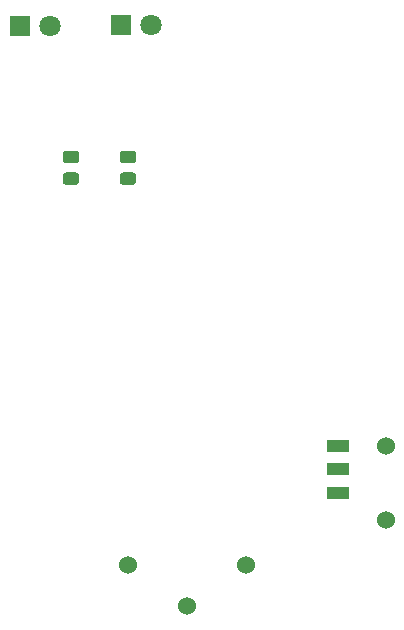
<source format=gbr>
%TF.GenerationSoftware,KiCad,Pcbnew,(5.1.9-0-10_14)*%
%TF.CreationDate,2021-10-18T11:35:41-07:00*%
%TF.ProjectId,cat_pcb_2a,6361745f-7063-4625-9f32-612e6b696361,rev?*%
%TF.SameCoordinates,Original*%
%TF.FileFunction,Soldermask,Bot*%
%TF.FilePolarity,Negative*%
%FSLAX46Y46*%
G04 Gerber Fmt 4.6, Leading zero omitted, Abs format (unit mm)*
G04 Created by KiCad (PCBNEW (5.1.9-0-10_14)) date 2021-10-18 11:35:41*
%MOMM*%
%LPD*%
G01*
G04 APERTURE LIST*
%ADD10C,1.524000*%
%ADD11R,1.900000X1.000000*%
%ADD12C,1.800000*%
%ADD13R,1.800000X1.800000*%
G04 APERTURE END LIST*
D10*
%TO.C,BAT1*%
X154018000Y-109728000D03*
X149018000Y-113198001D03*
X144018000Y-109728000D03*
%TD*%
%TO.C,SW1*%
X165862000Y-99632000D03*
X165862000Y-105882000D03*
D11*
X161812000Y-99632000D03*
X161798000Y-101632000D03*
X161798000Y-103632000D03*
%TD*%
%TO.C,R2*%
G36*
G01*
X144468002Y-75696500D02*
X143567998Y-75696500D01*
G75*
G02*
X143318000Y-75446502I0J249998D01*
G01*
X143318000Y-74921498D01*
G75*
G02*
X143567998Y-74671500I249998J0D01*
G01*
X144468002Y-74671500D01*
G75*
G02*
X144718000Y-74921498I0J-249998D01*
G01*
X144718000Y-75446502D01*
G75*
G02*
X144468002Y-75696500I-249998J0D01*
G01*
G37*
G36*
G01*
X144468002Y-77521500D02*
X143567998Y-77521500D01*
G75*
G02*
X143318000Y-77271502I0J249998D01*
G01*
X143318000Y-76746498D01*
G75*
G02*
X143567998Y-76496500I249998J0D01*
G01*
X144468002Y-76496500D01*
G75*
G02*
X144718000Y-76746498I0J-249998D01*
G01*
X144718000Y-77271502D01*
G75*
G02*
X144468002Y-77521500I-249998J0D01*
G01*
G37*
%TD*%
%TO.C,R1*%
G36*
G01*
X139642002Y-75696500D02*
X138741998Y-75696500D01*
G75*
G02*
X138492000Y-75446502I0J249998D01*
G01*
X138492000Y-74921498D01*
G75*
G02*
X138741998Y-74671500I249998J0D01*
G01*
X139642002Y-74671500D01*
G75*
G02*
X139892000Y-74921498I0J-249998D01*
G01*
X139892000Y-75446502D01*
G75*
G02*
X139642002Y-75696500I-249998J0D01*
G01*
G37*
G36*
G01*
X139642002Y-77521500D02*
X138741998Y-77521500D01*
G75*
G02*
X138492000Y-77271502I0J249998D01*
G01*
X138492000Y-76746498D01*
G75*
G02*
X138741998Y-76496500I249998J0D01*
G01*
X139642002Y-76496500D01*
G75*
G02*
X139892000Y-76746498I0J-249998D01*
G01*
X139892000Y-77271502D01*
G75*
G02*
X139642002Y-77521500I-249998J0D01*
G01*
G37*
%TD*%
D12*
%TO.C,D2*%
X145999200Y-64008000D03*
D13*
X143459200Y-64008000D03*
%TD*%
D12*
%TO.C,D1*%
X137439400Y-64109600D03*
D13*
X134899400Y-64109600D03*
%TD*%
M02*

</source>
